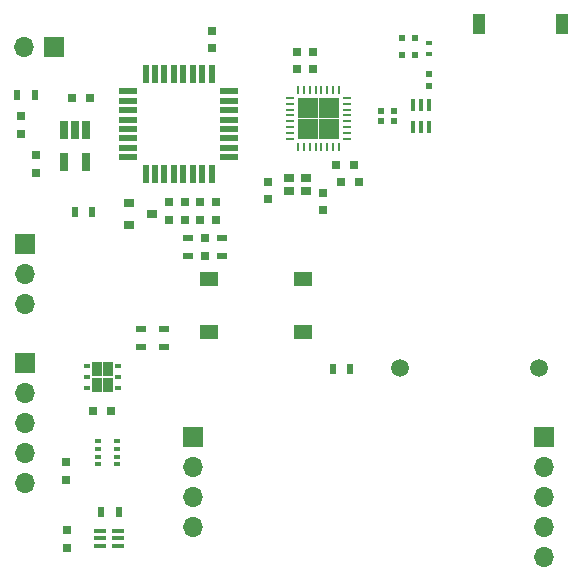
<source format=gts>
G04 #@! TF.FileFunction,Soldermask,Top*
%FSLAX46Y46*%
G04 Gerber Fmt 4.6, Leading zero omitted, Abs format (unit mm)*
G04 Created by KiCad (PCBNEW 4.0.5) date Thu Mar 16 09:26:44 2017*
%MOMM*%
%LPD*%
G01*
G04 APERTURE LIST*
%ADD10C,0.100000*%
%ADD11R,1.700000X1.700000*%
%ADD12O,1.700000X1.700000*%
%ADD13R,0.750000X0.800000*%
%ADD14R,0.800000X0.750000*%
%ADD15C,1.500000*%
%ADD16R,0.500000X0.900000*%
%ADD17R,0.900000X0.500000*%
%ADD18R,1.000000X1.800000*%
%ADD19R,0.350000X1.000000*%
%ADD20R,0.700000X0.250000*%
%ADD21R,0.250000X0.700000*%
%ADD22R,1.725000X1.725000*%
%ADD23R,1.600000X0.550000*%
%ADD24R,0.550000X1.600000*%
%ADD25R,0.650000X1.560000*%
%ADD26R,0.500000X0.350000*%
%ADD27R,0.630000X0.450000*%
%ADD28R,0.850000X1.300000*%
%ADD29R,1.000000X0.400000*%
%ADD30R,0.900000X0.800000*%
%ADD31R,0.600000X0.500000*%
%ADD32R,0.600000X0.400000*%
%ADD33R,0.500000X0.600000*%
%ADD34R,0.800000X0.800000*%
%ADD35R,1.550000X1.300000*%
G04 APERTURE END LIST*
D10*
D11*
X140548000Y-113997500D03*
D12*
X138008000Y-113997500D03*
D13*
X163357500Y-126300500D03*
X163357500Y-127800500D03*
X158623000Y-126861000D03*
X158623000Y-125361000D03*
D14*
X164830000Y-125399500D03*
X166330000Y-125399500D03*
D13*
X161135000Y-115862500D03*
X161135000Y-114362500D03*
D14*
X164449000Y-124002500D03*
X165949000Y-124002500D03*
D13*
X162468500Y-115862500D03*
X162468500Y-114362500D03*
D14*
X143584000Y-118315500D03*
X142084000Y-118315500D03*
D13*
X139024000Y-124653500D03*
X139024000Y-123153500D03*
D15*
X169840000Y-141147500D03*
X181640000Y-141147500D03*
D14*
X145375000Y-144830500D03*
X143875000Y-144830500D03*
D13*
X141541500Y-149110000D03*
X141541500Y-150610000D03*
X141605000Y-154888500D03*
X141605000Y-156388500D03*
X151610000Y-127126000D03*
X151610000Y-128626000D03*
D11*
X138084500Y-130670000D03*
D12*
X138084500Y-133210000D03*
X138084500Y-135750000D03*
D11*
X152290000Y-147000000D03*
D12*
X152290000Y-149540000D03*
X152290000Y-152080000D03*
X152290000Y-154620000D03*
D11*
X182000000Y-147000000D03*
D12*
X182000000Y-149540000D03*
X182000000Y-152080000D03*
X182000000Y-154620000D03*
X182000000Y-157160000D03*
D16*
X164131500Y-141211000D03*
X165631500Y-141211000D03*
D17*
X149895500Y-139357500D03*
X149895500Y-137857500D03*
X147927000Y-139357500D03*
X147927000Y-137857500D03*
D16*
X146010000Y-153339500D03*
X144510000Y-153339500D03*
D18*
X176558000Y-112064500D03*
X183558000Y-112064500D03*
D19*
X170962500Y-120711500D03*
X171612500Y-120711500D03*
X172262500Y-120711500D03*
X171612500Y-118911500D03*
X172262500Y-118911500D03*
X170962500Y-118911500D03*
D20*
X165341000Y-121765000D03*
X165341000Y-121265000D03*
X165341000Y-120765000D03*
X165341000Y-120265000D03*
X165341000Y-119765000D03*
X165341000Y-119265000D03*
X165341000Y-118765000D03*
X165341000Y-118265000D03*
D21*
X164691000Y-117615000D03*
X164191000Y-117615000D03*
X163691000Y-117615000D03*
X163191000Y-117615000D03*
X162691000Y-117615000D03*
X162191000Y-117615000D03*
X161691000Y-117615000D03*
X161191000Y-117615000D03*
D20*
X160541000Y-118265000D03*
X160541000Y-118765000D03*
X160541000Y-119265000D03*
X160541000Y-119765000D03*
X160541000Y-120265000D03*
X160541000Y-120765000D03*
X160541000Y-121265000D03*
X160541000Y-121765000D03*
D21*
X161191000Y-122415000D03*
X161691000Y-122415000D03*
X162191000Y-122415000D03*
X162691000Y-122415000D03*
X163191000Y-122415000D03*
X163691000Y-122415000D03*
X164191000Y-122415000D03*
X164691000Y-122415000D03*
D22*
X162078500Y-119152500D03*
X162078500Y-120877500D03*
X163803500Y-119152500D03*
X163803500Y-120877500D03*
D23*
X155352000Y-123310000D03*
X155352000Y-122510000D03*
X155352000Y-121710000D03*
X155352000Y-120910000D03*
X155352000Y-120110000D03*
X155352000Y-119310000D03*
X155352000Y-118510000D03*
X155352000Y-117710000D03*
D24*
X153902000Y-116260000D03*
X153102000Y-116260000D03*
X152302000Y-116260000D03*
X151502000Y-116260000D03*
X150702000Y-116260000D03*
X149902000Y-116260000D03*
X149102000Y-116260000D03*
X148302000Y-116260000D03*
D23*
X146852000Y-117710000D03*
X146852000Y-118510000D03*
X146852000Y-119310000D03*
X146852000Y-120110000D03*
X146852000Y-120910000D03*
X146852000Y-121710000D03*
X146852000Y-122510000D03*
X146852000Y-123310000D03*
D24*
X148302000Y-124760000D03*
X149102000Y-124760000D03*
X149902000Y-124760000D03*
X150702000Y-124760000D03*
X151502000Y-124760000D03*
X152302000Y-124760000D03*
X153102000Y-124760000D03*
X153902000Y-124760000D03*
D25*
X143276000Y-121029500D03*
X142326000Y-121029500D03*
X141376000Y-121029500D03*
X141376000Y-123729500D03*
X143276000Y-123729500D03*
D26*
X144297500Y-149311000D03*
X144297500Y-148661000D03*
X144297500Y-148011000D03*
X144297500Y-147361000D03*
X145897500Y-149311000D03*
X145897500Y-148661000D03*
X145897500Y-148011000D03*
X145897500Y-147361000D03*
D27*
X143313000Y-140972500D03*
X143313000Y-141922500D03*
X143313000Y-142872500D03*
X145993000Y-142872500D03*
X145993000Y-141922500D03*
X145993000Y-140972500D03*
D28*
X145078000Y-142572500D03*
X145078000Y-141272500D03*
X144228000Y-142572500D03*
X144228000Y-141272500D03*
D29*
X144474500Y-154925000D03*
X144474500Y-155575000D03*
X144474500Y-156225000D03*
X145974500Y-156225000D03*
X145974500Y-155575000D03*
X145974500Y-154925000D03*
D30*
X161863000Y-125053000D03*
X160463000Y-125053000D03*
X160463000Y-126153000D03*
X161863000Y-126153000D03*
X146863500Y-127180000D03*
X146863500Y-129080000D03*
X148863500Y-128130000D03*
D13*
X152943500Y-127126000D03*
X152943500Y-128626000D03*
X154277000Y-127126000D03*
X154277000Y-128626000D03*
X153896000Y-114084500D03*
X153896000Y-112584500D03*
X150276500Y-127126000D03*
X150276500Y-128626000D03*
D11*
X138084500Y-140703000D03*
D12*
X138084500Y-143243000D03*
X138084500Y-145783000D03*
X138084500Y-148323000D03*
X138084500Y-150863000D03*
D31*
X171146500Y-113207500D03*
X170046500Y-113207500D03*
X171146500Y-114668000D03*
X170046500Y-114668000D03*
D32*
X172311000Y-113646500D03*
X172311000Y-114546500D03*
D33*
X172311000Y-117313500D03*
X172311000Y-116213500D03*
D31*
X168268500Y-119367000D03*
X169368500Y-119367000D03*
X168268500Y-120256000D03*
X169368500Y-120256000D03*
D34*
X137767000Y-121373500D03*
X137767000Y-119773500D03*
D16*
X137398000Y-118033500D03*
X138898000Y-118033500D03*
X142287500Y-127939500D03*
X143787500Y-127939500D03*
D35*
X161617500Y-138127000D03*
X161617500Y-133627000D03*
X153667500Y-133627000D03*
X153667500Y-138127000D03*
D13*
X153324500Y-130174000D03*
X153324500Y-131674000D03*
D17*
X151864000Y-131674000D03*
X151864000Y-130174000D03*
X154785000Y-130174000D03*
X154785000Y-131674000D03*
M02*

</source>
